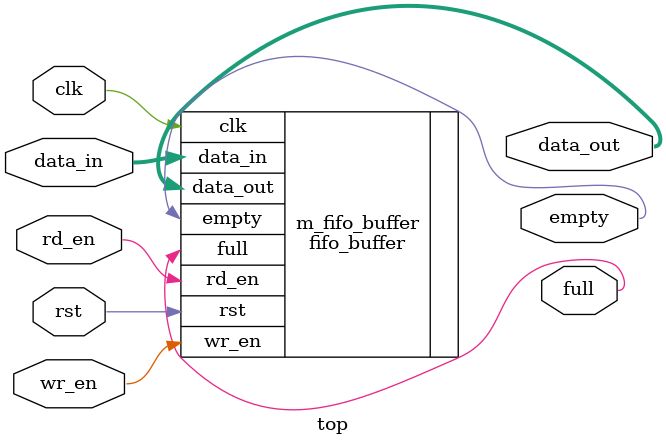
<source format=v>
module top(
    input wire clk,        // 时钟
    input wire rst,        // 复位
    input wire wr_en,      // 写使能
    input wire rd_en,      // 读使能
    input wire [7:0] data_in,  // 写入数据
    output wire [7:0] data_out, // 读取数据
    output wire full,      // FIFO 是否满
    output wire empty      // FIFO 是否空
    );

    fifo_buffer #(.DEPTH(16), .WIDTH(8)) m_fifo_buffer(
        .clk(clk),
        .rst(rst),
        .wr_en(wr_en),
        .rd_en(rd_en),
        .data_in(data_in),
        .data_out(data_out),
        .full(full),
        .empty(empty)
    );

endmodule

</source>
